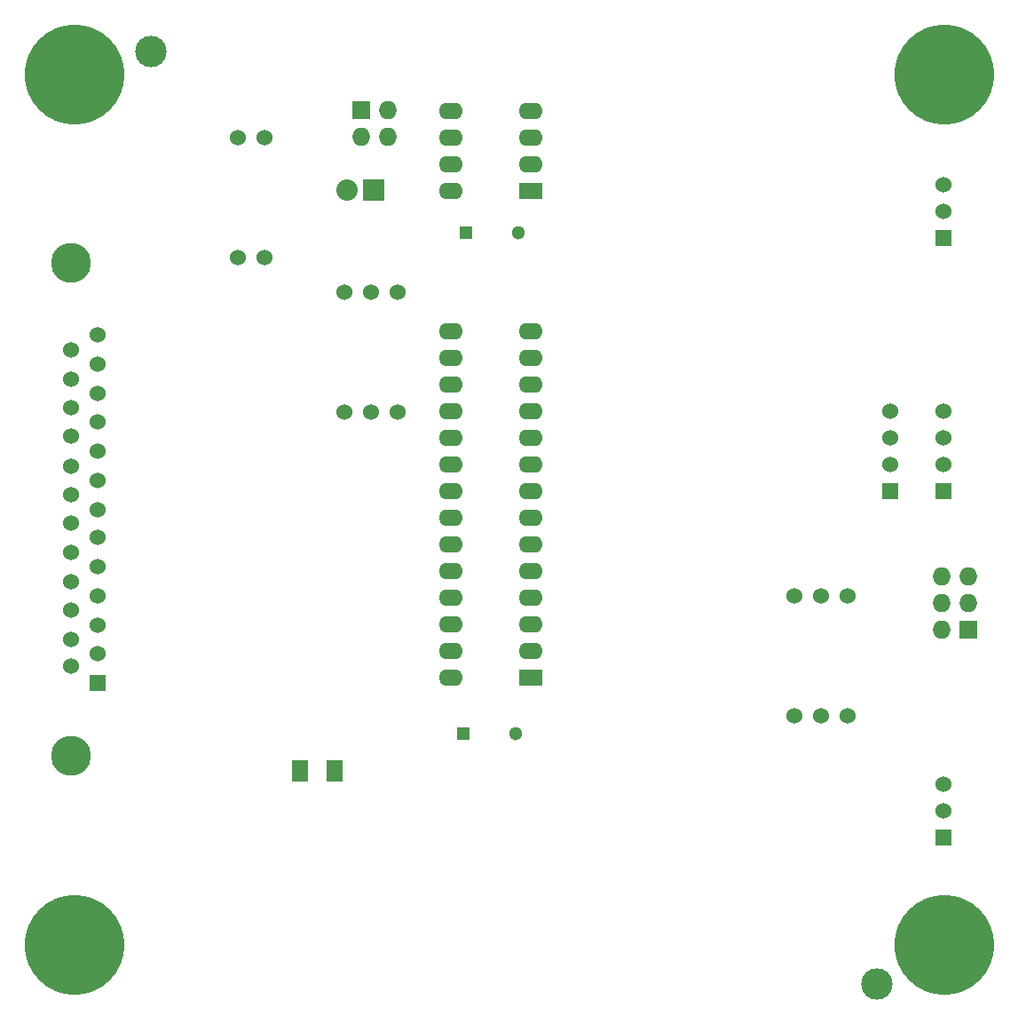
<source format=gts>
G04 #@! TF.FileFunction,Soldermask,Top*
%FSLAX46Y46*%
G04 Gerber Fmt 4.6, Leading zero omitted, Abs format (unit mm)*
G04 Created by KiCad (PCBNEW (after 2015-mar-04 BZR unknown)-product) date 5/18/2015 8:07:22 PM*
%MOMM*%
G01*
G04 APERTURE LIST*
%ADD10C,0.150000*%
%ADD11C,9.525000*%
%ADD12C,3.000000*%
%ADD13R,1.524000X1.524000*%
%ADD14C,1.524000*%
%ADD15C,3.810000*%
%ADD16R,1.524000X2.032000*%
%ADD17R,1.727200X1.727200*%
%ADD18O,1.727200X1.727200*%
%ADD19R,2.032000X2.032000*%
%ADD20O,2.032000X2.032000*%
%ADD21O,2.286000X1.574800*%
%ADD22R,2.286000X1.574800*%
%ADD23R,1.300000X1.300000*%
%ADD24C,1.300000*%
G04 APERTURE END LIST*
D10*
D11*
X16000000Y-16000000D03*
X99000000Y-16000000D03*
X16000000Y-99000000D03*
X99000000Y-99000000D03*
D12*
X23335000Y-13810000D03*
X92550000Y-102710000D03*
D13*
X98900000Y-55720000D03*
D14*
X98900000Y-53180000D03*
X98900000Y-50640000D03*
X98900000Y-48100000D03*
D15*
X15730000Y-34005000D03*
X15730000Y-80995000D03*
D13*
X18270000Y-74010000D03*
D14*
X18270000Y-71216000D03*
X18270000Y-68549000D03*
X18270000Y-65755000D03*
X18270000Y-62961000D03*
X18270000Y-60167000D03*
X18270000Y-57500000D03*
X18270000Y-54706000D03*
X18270000Y-51912000D03*
X18270000Y-49118000D03*
X18270000Y-46451000D03*
X18270000Y-43657000D03*
X18270000Y-40863000D03*
X15730000Y-72435200D03*
X15730000Y-69895200D03*
X15730000Y-67101200D03*
X15730000Y-64358000D03*
X15730000Y-61614800D03*
X15730000Y-58820800D03*
X15730000Y-56077600D03*
X15730000Y-53334400D03*
X15730000Y-50489600D03*
X15730000Y-47797200D03*
X15730000Y-45054000D03*
X15730000Y-42260000D03*
D13*
X93820000Y-55720000D03*
D14*
X93820000Y-53180000D03*
X93820000Y-50640000D03*
X93820000Y-48100000D03*
D13*
X98900000Y-31590000D03*
D14*
X98900000Y-29050000D03*
X98900000Y-26510000D03*
D13*
X98900000Y-88740000D03*
D14*
X98900000Y-86200000D03*
X98900000Y-83660000D03*
D16*
X40861000Y-82390000D03*
X37559000Y-82390000D03*
D14*
X31590000Y-22065000D03*
X31590000Y-33495000D03*
X34130000Y-22065000D03*
X34130000Y-33495000D03*
D17*
X43401000Y-19398000D03*
D18*
X45941000Y-19398000D03*
X43401000Y-21938000D03*
X45941000Y-21938000D03*
D19*
X44544000Y-27018000D03*
D20*
X42004000Y-27018000D03*
D14*
X46830000Y-36797000D03*
X46830000Y-48227000D03*
X44290000Y-48227000D03*
X44290000Y-36797000D03*
X84676000Y-65753000D03*
X84676000Y-77183000D03*
X89756000Y-65753000D03*
X89756000Y-77183000D03*
X87216000Y-65753000D03*
X87216000Y-77183000D03*
X41750000Y-48227000D03*
X41750000Y-36797000D03*
D17*
X101313000Y-68928000D03*
D18*
X98773000Y-68928000D03*
X101313000Y-66388000D03*
X98773000Y-66388000D03*
X101313000Y-63848000D03*
X98773000Y-63848000D03*
D21*
X59530000Y-70960000D03*
X59530000Y-68420000D03*
X59530000Y-65880000D03*
X59530000Y-63340000D03*
X59530000Y-60800000D03*
X59530000Y-58260000D03*
X59530000Y-55720000D03*
X59530000Y-53180000D03*
X59530000Y-50640000D03*
X59530000Y-48100000D03*
X59530000Y-45560000D03*
X59530000Y-43020000D03*
X59530000Y-40480000D03*
D22*
X59530000Y-73500000D03*
D21*
X51910000Y-40480000D03*
X51910000Y-43020000D03*
X51910000Y-45560000D03*
X51910000Y-48100000D03*
X51910000Y-50640000D03*
X51910000Y-53180000D03*
X51910000Y-55720000D03*
X51910000Y-58260000D03*
X51910000Y-60800000D03*
X51910000Y-63340000D03*
X51910000Y-65880000D03*
X51910000Y-68420000D03*
X51910000Y-70960000D03*
X51910000Y-73500000D03*
D22*
X59530000Y-27145000D03*
D21*
X59530000Y-24605000D03*
X59530000Y-22065000D03*
X59530000Y-19525000D03*
X51910000Y-19525000D03*
X51910000Y-22065000D03*
X51910000Y-24605000D03*
X51910000Y-27145000D03*
D23*
X53350000Y-31106000D03*
D24*
X58350000Y-31106000D03*
D23*
X53096000Y-78858000D03*
D24*
X58096000Y-78858000D03*
M02*

</source>
